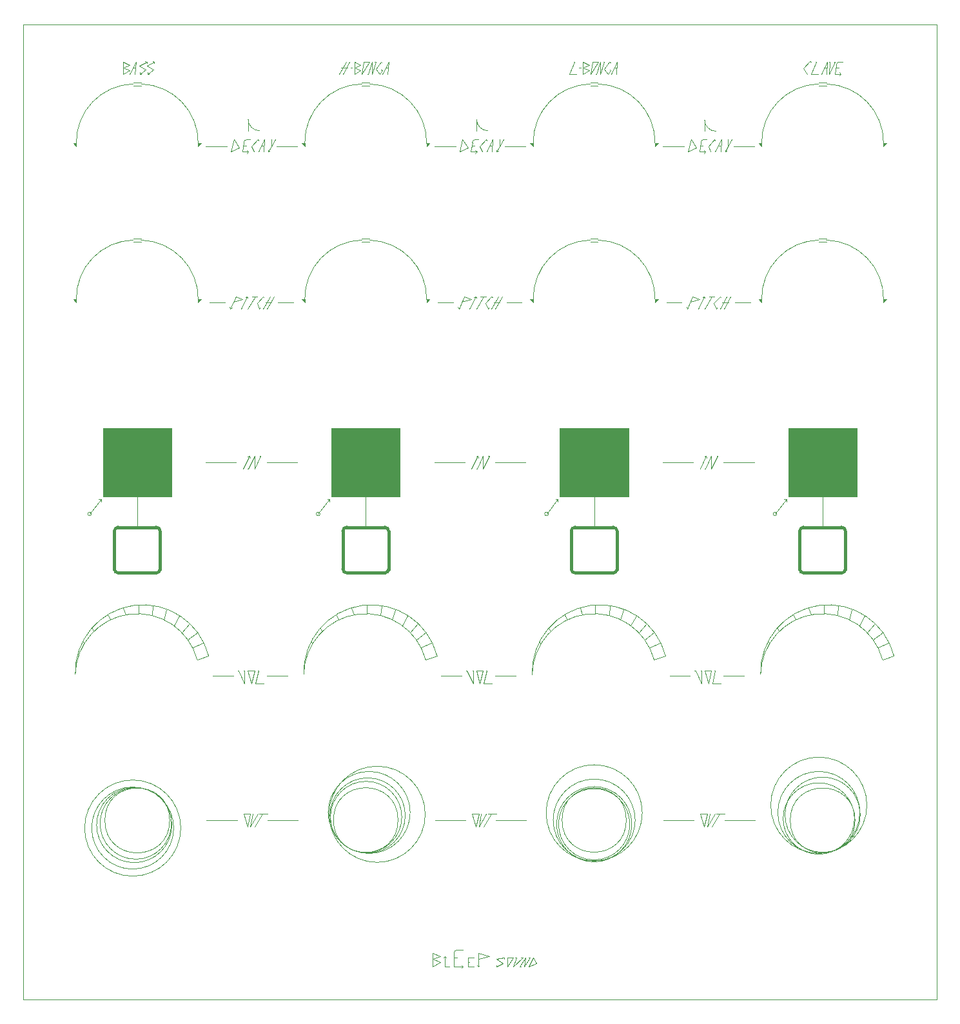
<source format=gto>
G04 #@! TF.GenerationSoftware,KiCad,Pcbnew,(6.0.0)*
G04 #@! TF.CreationDate,2022-07-07T20:20:35+01:00*
G04 #@! TF.ProjectId,Drumbox,4472756d-626f-4782-9e6b-696361645f70,rev?*
G04 #@! TF.SameCoordinates,Original*
G04 #@! TF.FileFunction,Legend,Top*
G04 #@! TF.FilePolarity,Positive*
%FSLAX46Y46*%
G04 Gerber Fmt 4.6, Leading zero omitted, Abs format (unit mm)*
G04 Created by KiCad (PCBNEW (6.0.0)) date 2022-07-07 20:20:35*
%MOMM*%
%LPD*%
G01*
G04 APERTURE LIST*
G04 #@! TA.AperFunction,Profile*
%ADD10C,0.050000*%
G04 #@! TD*
%ADD11C,0.120000*%
%ADD12C,0.400000*%
%ADD13C,0.100000*%
%ADD14C,0.150000*%
%ADD15O,6.700000X4.200000*%
G04 APERTURE END LIST*
D10*
X40000000Y-43500000D02*
X160000000Y-43500000D01*
X160000000Y-171500000D02*
X40000000Y-171500000D01*
X160000000Y-43500000D02*
X160000000Y-171500000D01*
D11*
X58456174Y-121649395D02*
X58856174Y-120349395D01*
X101525000Y-79200000D02*
X101625000Y-79300000D01*
X84500000Y-51500000D02*
X85500000Y-51500000D01*
X98400000Y-166000000D02*
X99200000Y-166000000D01*
X69600000Y-60200000D02*
X69400000Y-60400000D01*
X114750000Y-48400000D02*
X115550000Y-48400000D01*
X99425000Y-79200000D02*
X99525000Y-79400000D01*
X84300000Y-48800000D02*
X83500000Y-48400000D01*
D10*
X40000000Y-43500000D02*
X40000000Y-171500000D01*
D11*
X153000000Y-80000000D02*
X153000000Y-79600000D01*
X153000000Y-79600000D02*
X153400000Y-79600000D01*
X153400000Y-79600000D02*
X153000000Y-80000000D01*
G36*
X153000000Y-80000000D02*
G01*
X153000000Y-79600000D01*
X153400000Y-79600000D01*
X153000000Y-80000000D01*
G37*
X153000000Y-80000000D02*
X153000000Y-79600000D01*
X153400000Y-79600000D01*
X153000000Y-80000000D01*
D12*
X88000000Y-110000000D02*
X88000000Y-115000000D01*
D11*
X63000000Y-59500000D02*
X63000000Y-59100000D01*
X63000000Y-59100000D02*
X63400000Y-59100000D01*
X63400000Y-59100000D02*
X63000000Y-59500000D01*
G36*
X63000000Y-59500000D02*
G01*
X63000000Y-59100000D01*
X63400000Y-59100000D01*
X63000000Y-59500000D01*
G37*
X63000000Y-59500000D02*
X63000000Y-59100000D01*
X63400000Y-59100000D01*
X63000000Y-59500000D01*
X84500000Y-72000000D02*
X85500000Y-72000000D01*
X106000000Y-166000000D02*
X105800000Y-167200000D01*
X88000000Y-48400000D02*
X87200000Y-50000000D01*
X71700000Y-58600000D02*
X71600000Y-60200000D01*
D13*
X50500000Y-96500000D02*
X59500000Y-96500000D01*
X59500000Y-96500000D02*
X59500000Y-105500000D01*
X59500000Y-105500000D02*
X50500000Y-105500000D01*
X50500000Y-105500000D02*
X50500000Y-96500000D01*
G36*
X59500000Y-105500000D02*
G01*
X50500000Y-105500000D01*
X50500000Y-96500000D01*
X59500000Y-96500000D01*
X59500000Y-105500000D01*
G37*
X59500000Y-105500000D02*
X50500000Y-105500000D01*
X50500000Y-96500000D01*
X59500000Y-96500000D01*
X59500000Y-105500000D01*
D11*
X62856174Y-126849395D02*
G75*
G03*
X46856174Y-128849395I-7856174J-2150605D01*
G01*
X129600000Y-60200000D02*
X129400000Y-60000000D01*
X99000000Y-59000000D02*
X98800000Y-60200000D01*
X83500000Y-50000000D02*
X84300000Y-49500000D01*
X86956174Y-121049395D02*
X87056174Y-119849395D01*
X138750000Y-107750000D02*
X140250000Y-105850000D01*
X99400000Y-58600000D02*
G75*
G03*
X99000000Y-59000000I-1J-399999D01*
G01*
X94356174Y-126349395D02*
X92856174Y-126849395D01*
X150813478Y-146000000D02*
G75*
G03*
X150813478Y-146000000I-6313478J0D01*
G01*
X96600000Y-165400000D02*
X96600000Y-167200000D01*
X111456174Y-121649395D02*
X111156174Y-121049395D01*
X139000000Y-107750000D02*
G75*
G03*
X139000000Y-107750000I-250000J0D01*
G01*
X69000000Y-59400000D02*
X69300000Y-59400000D01*
X72200000Y-60200000D02*
X72200000Y-60000000D01*
X94356175Y-126349395D02*
G75*
G03*
X76856174Y-128849395I-8610204J-2228578D01*
G01*
D12*
X52000000Y-110000000D02*
X52000000Y-115000000D01*
D11*
X99600000Y-101850000D02*
X100400000Y-100150000D01*
X124356175Y-126349395D02*
G75*
G03*
X106856174Y-128849395I-8610204J-2228578D01*
G01*
X55250000Y-48900000D02*
X56150000Y-49400000D01*
X99600000Y-60200000D02*
X99400000Y-60000000D01*
X53150000Y-49200000D02*
X53950000Y-48800000D01*
D12*
X58000000Y-110000000D02*
G75*
G03*
X57500000Y-109500000I-500001J-1D01*
G01*
D11*
X123000000Y-80000000D02*
X123000000Y-79600000D01*
X123000000Y-79600000D02*
X123400000Y-79600000D01*
X123400000Y-79600000D02*
X123000000Y-80000000D01*
G36*
X123000000Y-80000000D02*
G01*
X123000000Y-79600000D01*
X123400000Y-79600000D01*
X123000000Y-80000000D01*
G37*
X123000000Y-80000000D02*
X123000000Y-79600000D01*
X123400000Y-79600000D01*
X123000000Y-80000000D01*
X69100000Y-130000000D02*
X69100000Y-128300000D01*
X93000000Y-59100000D02*
G75*
G03*
X85500000Y-51300000I-7702650J99375D01*
G01*
X98900000Y-101850000D02*
X99700000Y-100150000D01*
X48750000Y-107750000D02*
X50250000Y-105850000D01*
X121313478Y-147000000D02*
G75*
G03*
X121313478Y-147000000I-6313478J0D01*
G01*
X69400000Y-58600000D02*
G75*
G03*
X69000000Y-59000000I-1J-399999D01*
G01*
X68300000Y-128300000D02*
X68200000Y-128300000D01*
X69400000Y-58600000D02*
X69800000Y-58600000D01*
D12*
X112000000Y-115000000D02*
G75*
G03*
X112500000Y-115500000I500001J1D01*
G01*
D11*
X70150000Y-147150000D02*
X69850000Y-148850000D01*
X55156174Y-120849395D02*
X55156174Y-119749395D01*
D12*
X57500000Y-115500000D02*
X52500000Y-115500000D01*
D11*
X131600000Y-59400000D02*
X131300000Y-59400000D01*
X145156174Y-120849395D02*
X145156174Y-119749395D01*
D12*
X148000000Y-110000000D02*
G75*
G03*
X147500000Y-109500000I-500001J-1D01*
G01*
D11*
X102600000Y-59500000D02*
X103100000Y-58600000D01*
X64500000Y-80000000D02*
X66500000Y-80000000D01*
X62296174Y-125319395D02*
X63656174Y-124649395D01*
X73500000Y-80000000D02*
X75500000Y-80000000D01*
X144500000Y-71600000D02*
X145500000Y-71600000D01*
X101200000Y-165800000D02*
X99800000Y-166200000D01*
X73300000Y-59500000D02*
X76000000Y-59500000D01*
X129450000Y-148850000D02*
X128950000Y-147150000D01*
X100800000Y-58600000D02*
X100900000Y-58700000D01*
X132000000Y-129000000D02*
X134700000Y-129000000D01*
X140250000Y-105850000D02*
X140250000Y-106150000D01*
X106400000Y-167200000D02*
X107400000Y-166800000D01*
X98400000Y-167200000D02*
X99200000Y-167200000D01*
D12*
X147500000Y-115500000D02*
X142500000Y-115500000D01*
D11*
X102425000Y-79200000D02*
X101525000Y-80800000D01*
X100400000Y-101850000D02*
X101200000Y-100150000D01*
X98800000Y-60200000D02*
X99500000Y-60200000D01*
X97700000Y-58600000D02*
X97300000Y-60200000D01*
X99100000Y-130000000D02*
X99100000Y-128300000D01*
X144200000Y-48400000D02*
X144100000Y-48400000D01*
X101825000Y-80000000D02*
X102625000Y-80000000D01*
X113525000Y-48400000D02*
X113525000Y-50000000D01*
X105800000Y-167200000D02*
X106600000Y-166000000D01*
X99800000Y-165400000D02*
X101200000Y-165800000D01*
X69560660Y-55939340D02*
G75*
G03*
X71060660Y-57439340I1500001J1D01*
G01*
X72000000Y-129000000D02*
X74700000Y-129000000D01*
X128950000Y-147150000D02*
X129850000Y-147150000D01*
X69700000Y-100150000D02*
X69800000Y-100350000D01*
X68400000Y-59700000D02*
X67700000Y-58600000D01*
X118025000Y-48400000D02*
X117225000Y-50000000D01*
X68800000Y-60200000D02*
X69500000Y-60200000D01*
X146800000Y-49200000D02*
X147100000Y-49200000D01*
X56250000Y-48400000D02*
X55250000Y-48900000D01*
X130900000Y-128300000D02*
X130800000Y-128300000D01*
X116956174Y-121049395D02*
X117056174Y-119849395D01*
X68825000Y-79600000D02*
X67625000Y-79900000D01*
X103200000Y-166000000D02*
X103200000Y-166200000D01*
X70000000Y-130000000D02*
X69500000Y-128300000D01*
X63000000Y-59100000D02*
G75*
G03*
X55500000Y-51300000I-7702650J99375D01*
G01*
X127925000Y-79200000D02*
X127225000Y-80800000D01*
X123000000Y-79600000D02*
G75*
G03*
X115500000Y-71800000I-7702650J99375D01*
G01*
X118025000Y-48400000D02*
X117925000Y-50000000D01*
X86300000Y-49300000D02*
X86800000Y-50000000D01*
X132200000Y-60200000D02*
X132400000Y-60100000D01*
X98300000Y-128300000D02*
X98200000Y-128300000D01*
X129000000Y-59000000D02*
X128800000Y-60200000D01*
X103600000Y-166000000D02*
X103600000Y-167200000D01*
X146650000Y-48400000D02*
X145850000Y-50000000D01*
X97225000Y-80800000D02*
X97125000Y-80600000D01*
X140250000Y-105850000D02*
X139950000Y-105850000D01*
X70900000Y-128300000D02*
X70500000Y-130000000D01*
X147400000Y-50000000D02*
X147200000Y-49800000D01*
X83000000Y-49200000D02*
X83200000Y-49200000D01*
X132600000Y-59500000D02*
X132600000Y-58600000D01*
X72100000Y-148000000D02*
X76100000Y-148000000D01*
X57250000Y-48400000D02*
X56250000Y-48900000D01*
X56250000Y-48400000D02*
X56250000Y-48600000D01*
D12*
X88000000Y-110000000D02*
G75*
G03*
X87500000Y-109500000I-500001J-1D01*
G01*
D11*
X69000000Y-59000000D02*
X68800000Y-60200000D01*
X116325000Y-48400000D02*
X115825000Y-50000000D01*
X67300000Y-60200000D02*
X68400000Y-59700000D01*
X129425000Y-79200000D02*
X129525000Y-79400000D01*
X113525000Y-49200000D02*
X114325000Y-48800000D01*
X67700000Y-58600000D02*
X67300000Y-60200000D01*
X92813478Y-147186523D02*
G75*
G03*
X92813478Y-147186523I-6313478J0D01*
G01*
X49000000Y-107750000D02*
G75*
G03*
X49000000Y-107750000I-250000J0D01*
G01*
X53150000Y-48400000D02*
X53150000Y-50000000D01*
X67225000Y-80800000D02*
X67125000Y-80600000D01*
X97800000Y-167200000D02*
X97600000Y-167000000D01*
D12*
X82000000Y-110000000D02*
X82000000Y-115000000D01*
D11*
X128100000Y-148000000D02*
X124100000Y-148000000D01*
X57250000Y-48400000D02*
X57250000Y-48600000D01*
X67925000Y-79200000D02*
X67225000Y-80800000D01*
D12*
X112500000Y-109500000D02*
G75*
G03*
X112000000Y-110000000I1J-500001D01*
G01*
D11*
X91626174Y-124249395D02*
X92856174Y-123349395D01*
X120856174Y-123349395D02*
X121856174Y-122149395D01*
X104400000Y-167200000D02*
X105600000Y-166000000D01*
X107000000Y-166000000D02*
X107400000Y-166800000D01*
X128400000Y-59700000D02*
X127700000Y-58600000D01*
X131450000Y-147150000D02*
X130450000Y-148850000D01*
X114500000Y-72000000D02*
X115500000Y-72000000D01*
X72925000Y-79200000D02*
X72025000Y-80800000D01*
X84500000Y-51300000D02*
G75*
G03*
X77000000Y-59100000I150000J-7650000D01*
G01*
X99560660Y-57439340D02*
X99560660Y-55939340D01*
X72600000Y-59500000D02*
X72600000Y-58600000D01*
X88000000Y-48400000D02*
X87900000Y-50000000D01*
X150856174Y-123349395D02*
X151856174Y-122149395D01*
X148456174Y-121649395D02*
X148856174Y-120349395D01*
X106000000Y-166000000D02*
X105200000Y-167200000D01*
X54800000Y-48400000D02*
X54000000Y-50000000D01*
X109000000Y-107750000D02*
G75*
G03*
X109000000Y-107750000I-250000J0D01*
G01*
X100400000Y-100150000D02*
X100400000Y-101850000D01*
X87000000Y-48400000D02*
X86300000Y-49300000D01*
X101200000Y-100150000D02*
X101100000Y-100150000D01*
X56150000Y-49400000D02*
X55350000Y-50000000D01*
X131825000Y-80000000D02*
X132625000Y-80000000D01*
X132600000Y-59500000D02*
X133100000Y-58600000D01*
X97800000Y-167200000D02*
X97600000Y-167400000D01*
X136600000Y-79600000D02*
X137000000Y-79600000D01*
X137000000Y-79600000D02*
X137000000Y-80000000D01*
X137000000Y-80000000D02*
X136600000Y-79600000D01*
G36*
X137000000Y-80000000D02*
G01*
X136600000Y-79600000D01*
X137000000Y-79600000D01*
X137000000Y-80000000D01*
G37*
X137000000Y-80000000D02*
X136600000Y-79600000D01*
X137000000Y-79600000D01*
X137000000Y-80000000D01*
X131200000Y-100150000D02*
X131100000Y-100150000D01*
X95400000Y-165800000D02*
X95600000Y-166000000D01*
X84500000Y-71800000D02*
G75*
G03*
X77000000Y-79600000I150000J-7650000D01*
G01*
D12*
X87500000Y-115500000D02*
X82500000Y-115500000D01*
D11*
X93000000Y-79600000D02*
G75*
G03*
X85500000Y-71800000I-7702650J99375D01*
G01*
X129700000Y-100150000D02*
X129800000Y-100350000D01*
X97000000Y-165000000D02*
X97800000Y-165000000D01*
X103300000Y-59500000D02*
X106000000Y-59500000D01*
X99850000Y-148850000D02*
X100850000Y-147150000D01*
X129600000Y-101850000D02*
X129500000Y-101850000D01*
X100500000Y-130000000D02*
X101600000Y-130000000D01*
X128800000Y-60200000D02*
X129500000Y-60200000D01*
X100475000Y-79200000D02*
X99525000Y-80800000D01*
X50250000Y-105850000D02*
X50250000Y-106150000D01*
X129500000Y-57500000D02*
X129500000Y-56000000D01*
X114500000Y-51500000D02*
X115500000Y-51500000D01*
X93800000Y-165400000D02*
X93800000Y-167200000D01*
X101025000Y-80800000D02*
X101125000Y-80700000D01*
X85156174Y-120849395D02*
X85156174Y-119749395D01*
D12*
X82500000Y-109500000D02*
G75*
G03*
X82000000Y-110000000I1J-500001D01*
G01*
D11*
X99800000Y-167200000D02*
X100000000Y-167000000D01*
X131700000Y-58600000D02*
X131600000Y-60200000D01*
X102200000Y-60200000D02*
X102200000Y-60000000D01*
X128300000Y-128300000D02*
X128200000Y-128300000D01*
X53950000Y-49500000D02*
X53150000Y-49200000D01*
X119939636Y-148500000D02*
G75*
G03*
X119939636Y-148500000I-4939636J0D01*
G01*
D13*
X80500000Y-96500000D02*
X89500000Y-96500000D01*
X89500000Y-96500000D02*
X89500000Y-105500000D01*
X89500000Y-105500000D02*
X80500000Y-105500000D01*
X80500000Y-105500000D02*
X80500000Y-96500000D01*
G36*
X89500000Y-105500000D02*
G01*
X80500000Y-105500000D01*
X80500000Y-96500000D01*
X89500000Y-96500000D01*
X89500000Y-105500000D01*
G37*
X89500000Y-105500000D02*
X80500000Y-105500000D01*
X80500000Y-96500000D01*
X89500000Y-96500000D01*
X89500000Y-105500000D01*
D11*
X102000000Y-129000000D02*
X104700000Y-129000000D01*
X54500000Y-72000000D02*
X55500000Y-72000000D01*
X100900000Y-128300000D02*
X100500000Y-130000000D01*
X137856174Y-124549395D02*
X137956174Y-124749395D01*
X114500000Y-50000000D02*
X114750000Y-48400000D01*
X56350000Y-50000000D02*
X56350000Y-49800000D01*
X59806174Y-122399395D02*
X60506174Y-121099395D01*
X81800000Y-49200000D02*
X82600000Y-49200000D01*
X146600000Y-50000000D02*
X147300000Y-50000000D01*
X144500000Y-71800000D02*
G75*
G03*
X137000000Y-79600000I150000J-7650000D01*
G01*
X110250000Y-105850000D02*
X110250000Y-106150000D01*
X112425000Y-48400000D02*
X112325000Y-48400000D01*
X94500000Y-80000000D02*
X96500000Y-80000000D01*
X128625000Y-80800000D02*
X129425000Y-79200000D01*
X101450000Y-147150000D02*
X100450000Y-148850000D01*
X149257347Y-148000000D02*
G75*
G03*
X149257347Y-148000000I-4257347J0D01*
G01*
X68950000Y-147150000D02*
X69850000Y-147150000D01*
X129000000Y-59400000D02*
X129300000Y-59400000D01*
X129100000Y-128300000D02*
X129000000Y-128300000D01*
X143350000Y-48300000D02*
X142500000Y-49250000D01*
X68625000Y-80800000D02*
X69425000Y-79200000D01*
X72000000Y-101000000D02*
X76000000Y-101000000D01*
D12*
X52000000Y-115000000D02*
G75*
G03*
X52500000Y-115500000I500001J1D01*
G01*
X142000000Y-110000000D02*
X142000000Y-115000000D01*
D11*
X84500000Y-51100000D02*
X85500000Y-51100000D01*
X100400000Y-128300000D02*
X100000000Y-130000000D01*
X119680278Y-148500000D02*
G75*
G03*
X119680278Y-148500000I-4680278J0D01*
G01*
X127925000Y-79200000D02*
X128825000Y-79600000D01*
X98825000Y-79600000D02*
X97625000Y-79900000D01*
X49056174Y-122749395D02*
X49256174Y-123149395D01*
X115000000Y-104250000D02*
X115000000Y-109500000D01*
X71050000Y-147150000D02*
X71750000Y-147150000D01*
X114325000Y-49500000D02*
X113525000Y-49200000D01*
X69425000Y-79200000D02*
X69525000Y-79400000D01*
X99560660Y-55939340D02*
G75*
G03*
X101060660Y-57439340I1500001J1D01*
G01*
X99500000Y-128300000D02*
X100400000Y-128300000D01*
X86800000Y-50000000D02*
X87150000Y-49500000D01*
D13*
X110500000Y-96500000D02*
X119500000Y-96500000D01*
X119500000Y-96500000D02*
X119500000Y-105500000D01*
X119500000Y-105500000D02*
X110500000Y-105500000D01*
X110500000Y-105500000D02*
X110500000Y-96500000D01*
G36*
X119500000Y-105500000D02*
G01*
X110500000Y-105500000D01*
X110500000Y-96500000D01*
X119500000Y-96500000D01*
X119500000Y-105500000D01*
G37*
X119500000Y-105500000D02*
X110500000Y-105500000D01*
X110500000Y-96500000D01*
X119500000Y-96500000D01*
X119500000Y-105500000D01*
D11*
X105200000Y-167200000D02*
X105400000Y-167200000D01*
X112425000Y-48400000D02*
X111725000Y-50000000D01*
X144500000Y-51100000D02*
X145500000Y-51100000D01*
X61626174Y-124249395D02*
X62856174Y-123349395D01*
X70000000Y-59500000D02*
X70300000Y-60200000D01*
X131525000Y-79200000D02*
X130725000Y-80100000D01*
X72425000Y-79200000D02*
X71525000Y-80800000D01*
X54700000Y-49200000D02*
X54400000Y-49200000D01*
X67925000Y-79200000D02*
X68825000Y-79600000D01*
X99450000Y-148850000D02*
X98950000Y-147150000D01*
X106600000Y-59100000D02*
X107000000Y-59100000D01*
X107000000Y-59100000D02*
X107000000Y-59500000D01*
X107000000Y-59500000D02*
X106600000Y-59100000D01*
G36*
X107000000Y-59500000D02*
G01*
X106600000Y-59100000D01*
X107000000Y-59100000D01*
X107000000Y-59500000D01*
G37*
X107000000Y-59500000D02*
X106600000Y-59100000D01*
X107000000Y-59100000D01*
X107000000Y-59500000D01*
X115325000Y-50000000D02*
X115225000Y-50000000D01*
X101050000Y-147150000D02*
X101750000Y-147150000D01*
X132600000Y-59500000D02*
X132200000Y-60200000D01*
X132425000Y-79200000D02*
X131525000Y-80800000D01*
X128825000Y-79600000D02*
X127625000Y-79900000D01*
X102600000Y-59500000D02*
X102200000Y-60200000D01*
X54500000Y-71600000D02*
X55500000Y-71600000D01*
X70800000Y-58600000D02*
X70000000Y-59500000D01*
X127300000Y-60200000D02*
X128400000Y-59700000D01*
X146956174Y-121049395D02*
X147056174Y-119849395D01*
X131700000Y-58600000D02*
X130900000Y-60200000D01*
X94800000Y-166600000D02*
X93800000Y-166200000D01*
X103500000Y-80000000D02*
X105500000Y-80000000D01*
X122856174Y-126849395D02*
G75*
G03*
X106856174Y-128849395I-7856174J-2150605D01*
G01*
X94800000Y-165800000D02*
X93800000Y-165400000D01*
X101700000Y-58600000D02*
X101600000Y-60200000D01*
X128000000Y-101000000D02*
X124000000Y-101000000D01*
X144200000Y-48400000D02*
X143500000Y-50000000D01*
X130475000Y-79200000D02*
X129525000Y-80800000D01*
X119219301Y-147950000D02*
G75*
G03*
X119219301Y-147950000I-4219301J0D01*
G01*
X57250000Y-48400000D02*
X57050000Y-48300000D01*
X143456174Y-120949395D02*
X143156174Y-120149395D01*
X70400000Y-128300000D02*
X70000000Y-130000000D01*
X123000000Y-59100000D02*
G75*
G03*
X115500000Y-51300000I-7702650J99375D01*
G01*
X133300000Y-59500000D02*
X136000000Y-59500000D01*
X68900000Y-101850000D02*
X69700000Y-100150000D01*
X130800000Y-58600000D02*
X130000000Y-59500000D01*
X100300000Y-60200000D02*
X100400000Y-60100000D01*
X130400000Y-101850000D02*
X131200000Y-100150000D01*
X98300000Y-128300000D02*
X99100000Y-130000000D01*
X76600000Y-59100000D02*
X77000000Y-59100000D01*
X77000000Y-59100000D02*
X77000000Y-59500000D01*
X77000000Y-59500000D02*
X76600000Y-59100000D01*
G36*
X77000000Y-59500000D02*
G01*
X76600000Y-59100000D01*
X77000000Y-59100000D01*
X77000000Y-59500000D01*
G37*
X77000000Y-59500000D02*
X76600000Y-59100000D01*
X77000000Y-59100000D01*
X77000000Y-59500000D01*
D12*
X112000000Y-110000000D02*
X112000000Y-115000000D01*
D11*
X102925000Y-79200000D02*
X102025000Y-80800000D01*
X56956174Y-121049395D02*
X57056174Y-119849395D01*
X145600000Y-48400000D02*
X145500000Y-50000000D01*
X70400000Y-100150000D02*
X70400000Y-101850000D01*
X129500000Y-56000000D02*
G75*
G03*
X131000000Y-57500000I1500001J1D01*
G01*
X144500000Y-72000000D02*
X145500000Y-72000000D01*
X113025000Y-49200000D02*
X113225000Y-49200000D01*
X117925000Y-49200000D02*
X117625000Y-49200000D01*
X100725000Y-80100000D02*
X101025000Y-80800000D01*
X130900000Y-128300000D02*
X130500000Y-130000000D01*
D12*
X118000000Y-110000000D02*
X118000000Y-115000000D01*
D11*
X147200000Y-48400000D02*
G75*
G03*
X146800000Y-48800000I-1J-399999D01*
G01*
X71200000Y-100150000D02*
X71100000Y-100150000D01*
X129500000Y-128300000D02*
X130400000Y-128300000D01*
X128900000Y-101850000D02*
X129700000Y-100150000D01*
X85800000Y-48400000D02*
X85300000Y-50000000D01*
D12*
X52500000Y-109500000D02*
G75*
G03*
X52000000Y-110000000I1J-500001D01*
G01*
D11*
X95400000Y-165800000D02*
X95200000Y-166000000D01*
D12*
X118000000Y-110000000D02*
G75*
G03*
X117500000Y-109500000I-500001J-1D01*
G01*
D11*
X143000000Y-50000000D02*
X143100000Y-49900000D01*
X69700000Y-100150000D02*
X69500000Y-100250000D01*
X85525000Y-48400000D02*
X84475000Y-50000000D01*
X99000000Y-59400000D02*
X99300000Y-59400000D01*
X129600000Y-60200000D02*
X129400000Y-60400000D01*
X127425000Y-80700000D02*
X127225000Y-80800000D01*
X109056174Y-122749395D02*
X109256174Y-123149395D01*
X139056174Y-122749395D02*
X139256174Y-123149395D01*
X69560660Y-57439340D02*
X69560660Y-55939340D01*
X69850000Y-148850000D02*
X70850000Y-147150000D01*
X115550000Y-48400000D02*
X114500000Y-50000000D01*
X107856174Y-124549395D02*
X107956174Y-124749395D01*
X71825000Y-80000000D02*
X72625000Y-80000000D01*
X124356174Y-126349395D02*
X122856174Y-126849395D01*
X127600000Y-129000000D02*
X124900000Y-129000000D01*
X97925000Y-79200000D02*
X97225000Y-80800000D01*
X117025000Y-48400000D02*
X116325000Y-49300000D01*
X114500000Y-51300000D02*
G75*
G03*
X107000000Y-59100000I150000J-7650000D01*
G01*
X130400000Y-128300000D02*
X130000000Y-130000000D01*
X83500000Y-48400000D02*
X83500000Y-50000000D01*
X63000000Y-80000000D02*
X63000000Y-79600000D01*
X63000000Y-79600000D02*
X63400000Y-79600000D01*
X63400000Y-79600000D02*
X63000000Y-80000000D01*
G36*
X63000000Y-80000000D02*
G01*
X63000000Y-79600000D01*
X63400000Y-79600000D01*
X63000000Y-80000000D01*
G37*
X63000000Y-80000000D02*
X63000000Y-79600000D01*
X63400000Y-79600000D01*
X63000000Y-80000000D01*
X102200000Y-167200000D02*
X102200000Y-167000000D01*
X131025000Y-80800000D02*
X131125000Y-80700000D01*
X117025000Y-48400000D02*
X117125000Y-48500000D01*
X132000000Y-101000000D02*
X136000000Y-101000000D01*
X70900000Y-128300000D02*
X70800000Y-128300000D01*
X55350000Y-50000000D02*
X55550000Y-50000000D01*
X115156174Y-120849395D02*
X115156174Y-119749395D01*
D12*
X142500000Y-109500000D02*
G75*
G03*
X142000000Y-110000000I1J-500001D01*
G01*
D11*
X149939636Y-147250000D02*
G75*
G03*
X149939636Y-147250000I-4939636J0D01*
G01*
X129700000Y-100150000D02*
X129500000Y-100250000D01*
X99400000Y-58600000D02*
X99800000Y-58600000D01*
X114500000Y-71600000D02*
X115500000Y-71600000D01*
X152856174Y-126849395D02*
G75*
G03*
X136856174Y-128849395I-7856174J-2150605D01*
G01*
X99700000Y-100150000D02*
X99800000Y-100350000D01*
X63000000Y-79600000D02*
G75*
G03*
X55500000Y-71800000I-7702650J99375D01*
G01*
X80250000Y-105850000D02*
X80250000Y-106150000D01*
X59257347Y-148000000D02*
G75*
G03*
X59257347Y-148000000I-4257347J0D01*
G01*
X59785165Y-149000000D02*
G75*
G03*
X59785165Y-149000000I-5385165J0D01*
G01*
X89736150Y-147550000D02*
G75*
G03*
X89736150Y-147550000I-4686150J0D01*
G01*
X59539636Y-148600000D02*
G75*
G03*
X59539636Y-148600000I-4939636J0D01*
G01*
X79000000Y-107750000D02*
G75*
G03*
X79000000Y-107750000I-250000J0D01*
G01*
X90189636Y-147350000D02*
G75*
G03*
X90189636Y-147350000I-4939636J0D01*
G01*
X78750000Y-107750000D02*
X80250000Y-105850000D01*
X80250000Y-105850000D02*
X79950000Y-105850000D01*
X89242641Y-147950000D02*
G75*
G03*
X89242641Y-147950000I-4242641J0D01*
G01*
X90835165Y-146950000D02*
G75*
G03*
X90835165Y-146950000I-5385165J0D01*
G01*
X103000000Y-166800000D02*
X102200000Y-167200000D01*
X144500000Y-51500000D02*
X145500000Y-51500000D01*
X86300000Y-48400000D02*
X86200000Y-48400000D01*
D12*
X57500000Y-115500000D02*
G75*
G03*
X58000000Y-115000000I-1J500001D01*
G01*
D11*
X85800000Y-48400000D02*
X85800000Y-50000000D01*
X54500000Y-71800000D02*
G75*
G03*
X47000000Y-79600000I150000J-7650000D01*
G01*
X47856174Y-124549395D02*
X47956174Y-124749395D01*
X70300000Y-60200000D02*
X70400000Y-60100000D01*
X102200000Y-60200000D02*
X102400000Y-60100000D01*
X100075000Y-79200000D02*
X100775000Y-79200000D01*
X129850000Y-148850000D02*
X130850000Y-147150000D01*
X145950000Y-48400000D02*
X145850000Y-50000000D01*
D13*
X140500000Y-96500000D02*
X149500000Y-96500000D01*
X149500000Y-96500000D02*
X149500000Y-105500000D01*
X149500000Y-105500000D02*
X140500000Y-105500000D01*
X140500000Y-105500000D02*
X140500000Y-96500000D01*
G36*
X149500000Y-105500000D02*
G01*
X140500000Y-105500000D01*
X140500000Y-96500000D01*
X149500000Y-96500000D01*
X149500000Y-105500000D01*
G37*
X149500000Y-105500000D02*
X140500000Y-105500000D01*
X140500000Y-96500000D01*
X149500000Y-96500000D01*
X149500000Y-105500000D01*
D12*
X117500000Y-115500000D02*
X112500000Y-115500000D01*
D11*
X102200000Y-166200000D02*
X103000000Y-166800000D01*
X111725000Y-50000000D02*
X112625000Y-50000000D01*
X69600000Y-101850000D02*
X70400000Y-100150000D01*
D12*
X58000000Y-110000000D02*
X58000000Y-115000000D01*
D11*
X116825000Y-50000000D02*
X117175000Y-49500000D01*
X104800000Y-166000000D02*
X104400000Y-167200000D01*
X70500000Y-130000000D02*
X71600000Y-130000000D01*
X130150000Y-147150000D02*
X129850000Y-148850000D01*
X57150000Y-49400000D02*
X56350000Y-50000000D01*
D12*
X117500000Y-115500000D02*
G75*
G03*
X118000000Y-115000000I-1J500001D01*
G01*
D11*
X60856174Y-123349395D02*
X61856174Y-122149395D01*
X153000000Y-59500000D02*
X153000000Y-59100000D01*
X153000000Y-59100000D02*
X153400000Y-59100000D01*
X153400000Y-59100000D02*
X153000000Y-59500000D01*
G36*
X153000000Y-59500000D02*
G01*
X153000000Y-59100000D01*
X153400000Y-59100000D01*
X153000000Y-59500000D01*
G37*
X153000000Y-59500000D02*
X153000000Y-59100000D01*
X153400000Y-59100000D01*
X153000000Y-59500000D01*
X115825000Y-48400000D02*
X115325000Y-50000000D01*
X145950000Y-48400000D02*
X145850000Y-48400000D01*
X68100000Y-148000000D02*
X64100000Y-148000000D01*
X81456174Y-121649395D02*
X81156174Y-121049395D01*
X50250000Y-105850000D02*
X49950000Y-105850000D01*
X89806174Y-122399395D02*
X90506174Y-121099395D01*
X149885165Y-146950000D02*
G75*
G03*
X149885165Y-146950000I-5385165J0D01*
G01*
X118456174Y-121649395D02*
X118856174Y-120349395D01*
X151626174Y-124249395D02*
X152856174Y-123349395D01*
X124500000Y-80000000D02*
X126500000Y-80000000D01*
X71525000Y-79200000D02*
X71625000Y-79300000D01*
X130400000Y-100150000D02*
X130400000Y-101850000D01*
X100000000Y-130000000D02*
X99500000Y-128300000D01*
X116325000Y-48400000D02*
X116225000Y-48400000D01*
X95400000Y-165800000D02*
X95400000Y-167200000D01*
X114500000Y-71800000D02*
G75*
G03*
X107000000Y-79600000I150000J-7650000D01*
G01*
X60713478Y-149000000D02*
G75*
G03*
X60713478Y-149000000I-6313478J0D01*
G01*
X51456174Y-121649395D02*
X51156174Y-121049395D01*
X97300000Y-60200000D02*
X98400000Y-59700000D01*
X129600000Y-101850000D02*
X130400000Y-100150000D01*
X100150000Y-147150000D02*
X99850000Y-148850000D01*
X56250000Y-48900000D02*
X57150000Y-49400000D01*
X84725000Y-48400000D02*
X85525000Y-48400000D01*
X54500000Y-51300000D02*
G75*
G03*
X47000000Y-59100000I150000J-7650000D01*
G01*
X97600000Y-129000000D02*
X94900000Y-129000000D01*
X129850000Y-147150000D02*
X129450000Y-148850000D01*
X56250000Y-48400000D02*
X56050000Y-48300000D01*
X145000000Y-104250000D02*
X145000000Y-109500000D01*
D12*
X82000000Y-115000000D02*
G75*
G03*
X82500000Y-115500000I500001J1D01*
G01*
D11*
X99100000Y-128300000D02*
X99000000Y-128300000D01*
X64000000Y-59500000D02*
X66800000Y-59500000D01*
X114500000Y-51100000D02*
X115500000Y-51100000D01*
X71750000Y-147150000D02*
X72150000Y-147150000D01*
X87000000Y-48400000D02*
X87100000Y-48500000D01*
X54500000Y-51100000D02*
X55500000Y-51100000D01*
X99600000Y-167000000D02*
X99800000Y-167200000D01*
X99850000Y-147150000D02*
X99450000Y-148850000D01*
X99600000Y-101850000D02*
X99500000Y-101850000D01*
X53150000Y-50000000D02*
X53950000Y-49500000D01*
X71025000Y-80800000D02*
X71125000Y-80700000D01*
X145600000Y-48400000D02*
X144800000Y-50000000D01*
X99800000Y-167200000D02*
X99800000Y-167000000D01*
X46600000Y-79600000D02*
X47000000Y-79600000D01*
X47000000Y-79600000D02*
X47000000Y-80000000D01*
X47000000Y-80000000D02*
X46600000Y-79600000D01*
G36*
X47000000Y-80000000D02*
G01*
X46600000Y-79600000D01*
X47000000Y-79600000D01*
X47000000Y-80000000D01*
G37*
X47000000Y-80000000D02*
X46600000Y-79600000D01*
X47000000Y-79600000D01*
X47000000Y-80000000D01*
X108750000Y-107750000D02*
X110250000Y-105850000D01*
D12*
X142000000Y-115000000D02*
G75*
G03*
X142500000Y-115500000I500001J1D01*
G01*
D11*
X92856174Y-126849395D02*
G75*
G03*
X76856174Y-128849395I-7856174J-2150605D01*
G01*
X129425000Y-79200000D02*
X129225000Y-79300000D01*
X83456174Y-120949395D02*
X83156174Y-120149395D01*
X100000000Y-59500000D02*
X100300000Y-60200000D01*
X69100000Y-128300000D02*
X69000000Y-128300000D01*
X98950000Y-147150000D02*
X99850000Y-147150000D01*
X69600000Y-101850000D02*
X69500000Y-101850000D01*
X129400000Y-58600000D02*
X129800000Y-58600000D01*
X147400000Y-50000000D02*
X147200000Y-50200000D01*
X104800000Y-166000000D02*
X104600000Y-166000000D01*
X84475000Y-50000000D02*
X84725000Y-48400000D01*
X149186150Y-147750000D02*
G75*
G03*
X149186150Y-147750000I-4686150J0D01*
G01*
X77856174Y-124549395D02*
X77956174Y-124749395D01*
D12*
X147500000Y-115500000D02*
G75*
G03*
X148000000Y-115000000I-1J500001D01*
G01*
D11*
X71450000Y-147150000D02*
X70450000Y-148850000D01*
X130000000Y-59500000D02*
X130300000Y-60200000D01*
X84300000Y-49500000D02*
X83500000Y-49200000D01*
X143500000Y-50000000D02*
X144400000Y-50000000D01*
X87050000Y-49400000D02*
X87150000Y-49500000D01*
X130500000Y-130000000D02*
X131600000Y-130000000D01*
D12*
X87500000Y-115500000D02*
G75*
G03*
X88000000Y-115000000I-1J500001D01*
G01*
D11*
X115825000Y-48400000D02*
X115825000Y-50000000D01*
X101600000Y-59400000D02*
X101300000Y-59400000D01*
X94000000Y-59500000D02*
X96800000Y-59500000D01*
X67600000Y-129000000D02*
X64900000Y-129000000D01*
X70075000Y-79200000D02*
X70775000Y-79200000D01*
X130075000Y-79200000D02*
X130775000Y-79200000D01*
X99700000Y-100150000D02*
X99500000Y-100250000D01*
X146650000Y-48400000D02*
X146550000Y-48400000D01*
X56350000Y-50000000D02*
X56550000Y-50000000D01*
X106600000Y-166000000D02*
X106400000Y-166000000D01*
X70725000Y-80100000D02*
X71025000Y-80800000D01*
X93000000Y-80000000D02*
X93000000Y-79600000D01*
X93000000Y-79600000D02*
X93400000Y-79600000D01*
X93400000Y-79600000D02*
X93000000Y-80000000D01*
G36*
X93000000Y-80000000D02*
G01*
X93000000Y-79600000D01*
X93400000Y-79600000D01*
X93000000Y-80000000D01*
G37*
X93000000Y-80000000D02*
X93000000Y-79600000D01*
X93400000Y-79600000D01*
X93000000Y-80000000D01*
X54500000Y-51500000D02*
X55500000Y-51500000D01*
X72600000Y-59500000D02*
X72200000Y-60200000D01*
X64356174Y-126349395D02*
X62856174Y-126849395D01*
X132200000Y-60200000D02*
X132200000Y-60000000D01*
X98400000Y-166600000D02*
X98600000Y-166600000D01*
X143350000Y-48300000D02*
X143450000Y-48400000D01*
X68300000Y-128300000D02*
X69100000Y-130000000D01*
X129100000Y-130000000D02*
X129100000Y-128300000D01*
X110250000Y-105850000D02*
X109950000Y-105850000D01*
X130000000Y-130000000D02*
X129500000Y-128300000D01*
X132925000Y-79200000D02*
X132025000Y-80800000D01*
X132100000Y-148000000D02*
X136100000Y-148000000D01*
X96600000Y-166000000D02*
X97000000Y-166000000D01*
D12*
X52500000Y-109500000D02*
X57500000Y-109500000D01*
D11*
X98100000Y-148000000D02*
X94100000Y-148000000D01*
X69450000Y-148850000D02*
X68950000Y-147150000D01*
X64356175Y-126349395D02*
G75*
G03*
X46856174Y-128849395I-8610204J-2228578D01*
G01*
X72600000Y-59500000D02*
X73100000Y-58600000D01*
X79056174Y-122749395D02*
X79256174Y-123149395D01*
X103200000Y-166000000D02*
X102200000Y-166200000D01*
X98400000Y-166000000D02*
X98400000Y-167200000D01*
X71600000Y-59400000D02*
X71300000Y-59400000D01*
X93000000Y-59500000D02*
X93000000Y-59100000D01*
X93000000Y-59100000D02*
X93400000Y-59100000D01*
X93400000Y-59100000D02*
X93000000Y-59500000D01*
G36*
X93000000Y-59500000D02*
G01*
X93000000Y-59100000D01*
X93400000Y-59100000D01*
X93000000Y-59500000D01*
G37*
X93000000Y-59500000D02*
X93000000Y-59100000D01*
X93400000Y-59100000D01*
X93000000Y-59500000D01*
X84500000Y-71600000D02*
X85500000Y-71600000D01*
X117075000Y-49400000D02*
X117175000Y-49500000D01*
X130800000Y-58600000D02*
X130900000Y-58700000D01*
X127225000Y-80800000D02*
X127125000Y-80600000D01*
X55350000Y-50000000D02*
X55350000Y-49800000D01*
X101700000Y-58600000D02*
X100900000Y-60200000D01*
X97425000Y-80700000D02*
X97225000Y-80800000D01*
D12*
X148000000Y-110000000D02*
X148000000Y-115000000D01*
D11*
X98000000Y-101000000D02*
X94000000Y-101000000D01*
X53950000Y-48800000D02*
X53150000Y-48400000D01*
X130725000Y-80100000D02*
X131025000Y-80800000D01*
X153000000Y-59100000D02*
G75*
G03*
X145500000Y-51300000I-7702650J99375D01*
G01*
X147200000Y-48400000D02*
X147600000Y-48400000D01*
X105600000Y-166000000D02*
X105400000Y-166000000D01*
X98625000Y-80800000D02*
X99425000Y-79200000D01*
X82400000Y-48400000D02*
X81500000Y-50000000D01*
X100800000Y-58600000D02*
X100000000Y-59500000D01*
X69600000Y-60200000D02*
X69400000Y-60000000D01*
X70400000Y-101850000D02*
X71200000Y-100150000D01*
X146800000Y-48800000D02*
X146600000Y-50000000D01*
X69850000Y-147150000D02*
X69450000Y-148850000D01*
X145500000Y-49200000D02*
X145200000Y-49200000D01*
X101750000Y-147150000D02*
X102150000Y-147150000D01*
X93800000Y-167200000D02*
X94800000Y-166600000D01*
X119806174Y-122399395D02*
X120506174Y-121099395D01*
X87900000Y-49200000D02*
X87600000Y-49200000D01*
X99800000Y-165400000D02*
X99800000Y-167200000D01*
X154356175Y-126349395D02*
G75*
G03*
X136856174Y-128849395I-8610204J-2228578D01*
G01*
X129400000Y-58600000D02*
G75*
G03*
X129000000Y-59000000I-1J-399999D01*
G01*
X82900000Y-48400000D02*
X82000000Y-50000000D01*
X85000000Y-104250000D02*
X85000000Y-109500000D01*
X59486150Y-148400000D02*
G75*
G03*
X59486150Y-148400000I-4686150J0D01*
G01*
X55000000Y-104250000D02*
X55000000Y-109500000D01*
X153000000Y-79600000D02*
G75*
G03*
X145500000Y-71800000I-7702650J99375D01*
G01*
X107000000Y-166000000D02*
X106400000Y-167200000D01*
X70800000Y-58600000D02*
X70900000Y-58700000D01*
X97925000Y-79200000D02*
X98825000Y-79600000D01*
X54800000Y-48400000D02*
X54700000Y-50000000D01*
X67425000Y-80700000D02*
X67225000Y-80800000D01*
X86300000Y-48400000D02*
X85800000Y-50000000D01*
X70475000Y-79200000D02*
X69525000Y-80800000D01*
X124000000Y-59500000D02*
X126800000Y-59500000D01*
X121626174Y-124249395D02*
X122856174Y-123349395D01*
X102100000Y-148000000D02*
X106100000Y-148000000D01*
X149806174Y-122399395D02*
X150506174Y-121099395D01*
X127700000Y-58600000D02*
X127300000Y-60200000D01*
X69500000Y-128300000D02*
X70400000Y-128300000D01*
D12*
X142500000Y-109500000D02*
X147500000Y-109500000D01*
D11*
X97000000Y-165000000D02*
G75*
G03*
X96600000Y-165400000I-1J-399999D01*
G01*
X88456174Y-121649395D02*
X88856174Y-120349395D01*
X102600000Y-59500000D02*
X102600000Y-58600000D01*
X99600000Y-60200000D02*
X99400000Y-60400000D01*
X142500000Y-49250000D02*
X143000000Y-50000000D01*
X104400000Y-166000000D02*
X103600000Y-166000000D01*
X122296174Y-125319395D02*
X123656174Y-124649395D01*
X116325000Y-49300000D02*
X116825000Y-50000000D01*
X103600000Y-167200000D02*
X104400000Y-166000000D01*
X131050000Y-147150000D02*
X131750000Y-147150000D01*
X93800000Y-166200000D02*
X94800000Y-165800000D01*
X101525000Y-79200000D02*
X100725000Y-80100000D01*
X71525000Y-79200000D02*
X70725000Y-80100000D01*
X99425000Y-79200000D02*
X99225000Y-79300000D01*
X69425000Y-79200000D02*
X69225000Y-79300000D01*
X113456174Y-120949395D02*
X113156174Y-120149395D01*
X136600000Y-59100000D02*
X137000000Y-59100000D01*
X137000000Y-59100000D02*
X137000000Y-59500000D01*
X137000000Y-59500000D02*
X136600000Y-59100000D01*
G36*
X137000000Y-59500000D02*
G01*
X136600000Y-59100000D01*
X137000000Y-59100000D01*
X137000000Y-59500000D01*
G37*
X137000000Y-59500000D02*
X136600000Y-59100000D01*
X137000000Y-59100000D01*
X137000000Y-59500000D01*
X102000000Y-101000000D02*
X106000000Y-101000000D01*
X98400000Y-59700000D02*
X97700000Y-58600000D01*
X131750000Y-147150000D02*
X132150000Y-147150000D01*
D12*
X112500000Y-109500000D02*
X117500000Y-109500000D01*
D11*
X95400000Y-167200000D02*
X96000000Y-167200000D01*
X133500000Y-80000000D02*
X135500000Y-80000000D01*
X141456174Y-121649395D02*
X141156174Y-121049395D01*
X71700000Y-58600000D02*
X70900000Y-60200000D01*
X106600000Y-79600000D02*
X107000000Y-79600000D01*
X107000000Y-79600000D02*
X107000000Y-80000000D01*
X107000000Y-80000000D02*
X106600000Y-79600000D01*
G36*
X107000000Y-80000000D02*
G01*
X106600000Y-79600000D01*
X107000000Y-79600000D01*
X107000000Y-80000000D01*
G37*
X107000000Y-80000000D02*
X106600000Y-79600000D01*
X107000000Y-79600000D01*
X107000000Y-80000000D01*
X68000000Y-101000000D02*
X64000000Y-101000000D01*
X130300000Y-60200000D02*
X130400000Y-60100000D01*
X120385165Y-147950000D02*
G75*
G03*
X120385165Y-147950000I-5385165J0D01*
G01*
X144500000Y-51300000D02*
G75*
G03*
X137000000Y-59100000I150000J-7650000D01*
G01*
X85300000Y-50000000D02*
X85200000Y-50000000D01*
X46600000Y-59100000D02*
X47000000Y-59100000D01*
X47000000Y-59100000D02*
X47000000Y-59500000D01*
X47000000Y-59500000D02*
X46600000Y-59100000D01*
G36*
X47000000Y-59500000D02*
G01*
X46600000Y-59100000D01*
X47000000Y-59100000D01*
X47000000Y-59500000D01*
G37*
X47000000Y-59500000D02*
X46600000Y-59100000D01*
X47000000Y-59100000D01*
X47000000Y-59500000D01*
X92296174Y-125319395D02*
X93656174Y-124649395D01*
X154356174Y-126349395D02*
X152856174Y-126849395D01*
X128300000Y-128300000D02*
X129100000Y-130000000D01*
X131525000Y-79200000D02*
X131625000Y-79300000D01*
X53456174Y-120949395D02*
X53156174Y-120149395D01*
X90856174Y-123349395D02*
X91856174Y-122149395D01*
X72200000Y-60200000D02*
X72400000Y-60100000D01*
D12*
X82500000Y-109500000D02*
X87500000Y-109500000D01*
D11*
X76600000Y-79600000D02*
X77000000Y-79600000D01*
X77000000Y-79600000D02*
X77000000Y-80000000D01*
X77000000Y-80000000D02*
X76600000Y-79600000D01*
G36*
X77000000Y-80000000D02*
G01*
X76600000Y-79600000D01*
X77000000Y-79600000D01*
X77000000Y-80000000D01*
G37*
X77000000Y-80000000D02*
X76600000Y-79600000D01*
X77000000Y-79600000D01*
X77000000Y-80000000D01*
X114325000Y-48800000D02*
X113525000Y-48400000D01*
X100900000Y-128300000D02*
X100800000Y-128300000D01*
X152296174Y-125319395D02*
X153656174Y-124649395D01*
X83500000Y-49200000D02*
X84300000Y-48800000D01*
X123000000Y-59500000D02*
X123000000Y-59100000D01*
X123000000Y-59100000D02*
X123400000Y-59100000D01*
X123400000Y-59100000D02*
X123000000Y-59500000D01*
G36*
X123000000Y-59500000D02*
G01*
X123000000Y-59100000D01*
X123400000Y-59100000D01*
X123000000Y-59500000D01*
G37*
X123000000Y-59500000D02*
X123000000Y-59100000D01*
X123400000Y-59100000D01*
X123000000Y-59500000D01*
X96600000Y-167200000D02*
X97800000Y-167200000D01*
X113525000Y-50000000D02*
X114325000Y-49500000D01*
D14*
%LPC*%
D13*
X147500000Y-115000000D02*
X142500000Y-115000000D01*
X142500000Y-115000000D02*
X142500000Y-110000000D01*
X142500000Y-110000000D02*
X147500000Y-110000000D01*
X147500000Y-110000000D02*
X147500000Y-115000000D01*
G36*
X147500000Y-115000000D02*
G01*
X142500000Y-115000000D01*
X142500000Y-110000000D01*
X147500000Y-110000000D01*
X147500000Y-115000000D01*
G37*
X147500000Y-115000000D02*
X142500000Y-115000000D01*
X142500000Y-110000000D01*
X147500000Y-110000000D01*
X147500000Y-115000000D01*
X87500000Y-115000000D02*
X82500000Y-115000000D01*
X82500000Y-115000000D02*
X82500000Y-110000000D01*
X82500000Y-110000000D02*
X87500000Y-110000000D01*
X87500000Y-110000000D02*
X87500000Y-115000000D01*
G36*
X87500000Y-115000000D02*
G01*
X82500000Y-115000000D01*
X82500000Y-110000000D01*
X87500000Y-110000000D01*
X87500000Y-115000000D01*
G37*
X87500000Y-115000000D02*
X82500000Y-115000000D01*
X82500000Y-110000000D01*
X87500000Y-110000000D01*
X87500000Y-115000000D01*
X117500000Y-115000000D02*
X112500000Y-115000000D01*
X112500000Y-115000000D02*
X112500000Y-110000000D01*
X112500000Y-110000000D02*
X117500000Y-110000000D01*
X117500000Y-110000000D02*
X117500000Y-115000000D01*
G36*
X117500000Y-115000000D02*
G01*
X112500000Y-115000000D01*
X112500000Y-110000000D01*
X117500000Y-110000000D01*
X117500000Y-115000000D01*
G37*
X117500000Y-115000000D02*
X112500000Y-115000000D01*
X112500000Y-110000000D01*
X117500000Y-110000000D01*
X117500000Y-115000000D01*
X57500000Y-115000000D02*
X52500000Y-115000000D01*
X52500000Y-115000000D02*
X52500000Y-110000000D01*
X52500000Y-110000000D02*
X57500000Y-110000000D01*
X57500000Y-110000000D02*
X57500000Y-115000000D01*
G36*
X57500000Y-115000000D02*
G01*
X52500000Y-115000000D01*
X52500000Y-110000000D01*
X57500000Y-110000000D01*
X57500000Y-115000000D01*
G37*
X57500000Y-115000000D02*
X52500000Y-115000000D01*
X52500000Y-110000000D01*
X57500000Y-110000000D01*
X57500000Y-115000000D01*
D15*
X148000000Y-168500000D03*
X66000000Y-46500000D03*
X134000000Y-46500000D03*
X52000000Y-168500000D03*
M02*

</source>
